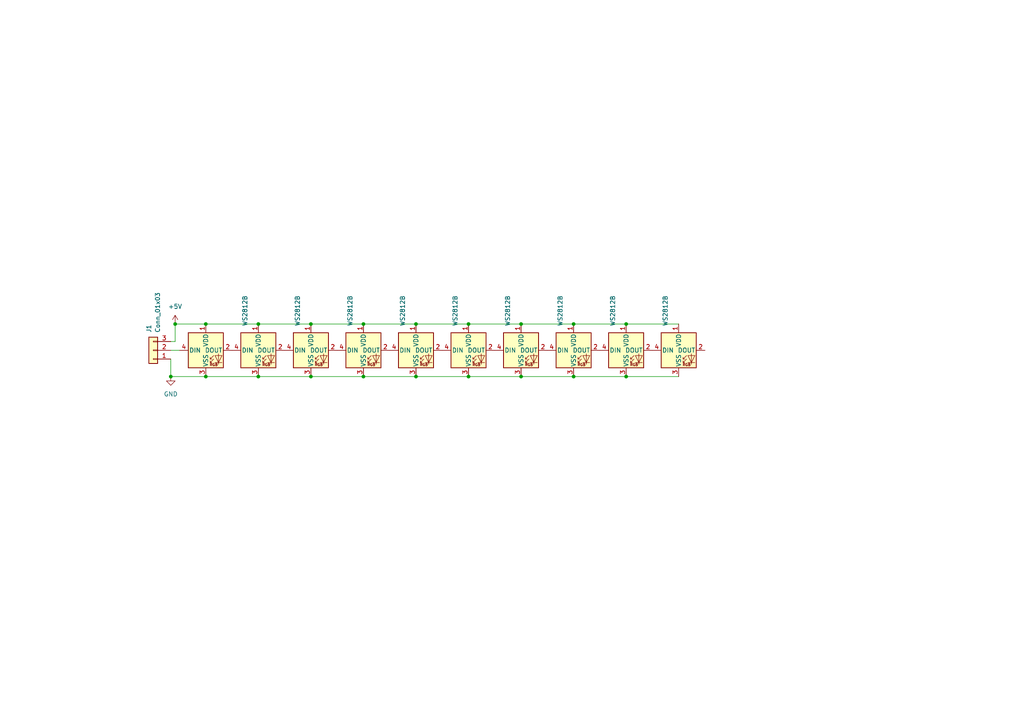
<source format=kicad_sch>
(kicad_sch
	(version 20250114)
	(generator "eeschema")
	(generator_version "9.0")
	(uuid "2da6c63d-642a-43d4-93ba-e5f28af9631b")
	(paper "A4")
	(lib_symbols
		(symbol "Connector_Generic:Conn_01x03"
			(pin_names
				(offset 1.016)
				(hide yes)
			)
			(exclude_from_sim no)
			(in_bom yes)
			(on_board yes)
			(property "Reference" "J"
				(at 0 5.08 0)
				(effects
					(font
						(size 1.27 1.27)
					)
				)
			)
			(property "Value" "Conn_01x03"
				(at 0 -5.08 0)
				(effects
					(font
						(size 1.27 1.27)
					)
				)
			)
			(property "Footprint" ""
				(at 0 0 0)
				(effects
					(font
						(size 1.27 1.27)
					)
					(hide yes)
				)
			)
			(property "Datasheet" "~"
				(at 0 0 0)
				(effects
					(font
						(size 1.27 1.27)
					)
					(hide yes)
				)
			)
			(property "Description" "Generic connector, single row, 01x03, script generated (kicad-library-utils/schlib/autogen/connector/)"
				(at 0 0 0)
				(effects
					(font
						(size 1.27 1.27)
					)
					(hide yes)
				)
			)
			(property "ki_keywords" "connector"
				(at 0 0 0)
				(effects
					(font
						(size 1.27 1.27)
					)
					(hide yes)
				)
			)
			(property "ki_fp_filters" "Connector*:*_1x??_*"
				(at 0 0 0)
				(effects
					(font
						(size 1.27 1.27)
					)
					(hide yes)
				)
			)
			(symbol "Conn_01x03_1_1"
				(rectangle
					(start -1.27 3.81)
					(end 1.27 -3.81)
					(stroke
						(width 0.254)
						(type default)
					)
					(fill
						(type background)
					)
				)
				(rectangle
					(start -1.27 2.667)
					(end 0 2.413)
					(stroke
						(width 0.1524)
						(type default)
					)
					(fill
						(type none)
					)
				)
				(rectangle
					(start -1.27 0.127)
					(end 0 -0.127)
					(stroke
						(width 0.1524)
						(type default)
					)
					(fill
						(type none)
					)
				)
				(rectangle
					(start -1.27 -2.413)
					(end 0 -2.667)
					(stroke
						(width 0.1524)
						(type default)
					)
					(fill
						(type none)
					)
				)
				(pin passive line
					(at -5.08 2.54 0)
					(length 3.81)
					(name "Pin_1"
						(effects
							(font
								(size 1.27 1.27)
							)
						)
					)
					(number "1"
						(effects
							(font
								(size 1.27 1.27)
							)
						)
					)
				)
				(pin passive line
					(at -5.08 0 0)
					(length 3.81)
					(name "Pin_2"
						(effects
							(font
								(size 1.27 1.27)
							)
						)
					)
					(number "2"
						(effects
							(font
								(size 1.27 1.27)
							)
						)
					)
				)
				(pin passive line
					(at -5.08 -2.54 0)
					(length 3.81)
					(name "Pin_3"
						(effects
							(font
								(size 1.27 1.27)
							)
						)
					)
					(number "3"
						(effects
							(font
								(size 1.27 1.27)
							)
						)
					)
				)
			)
			(embedded_fonts no)
		)
		(symbol "LED:WS2812B"
			(pin_names
				(offset 0.254)
			)
			(exclude_from_sim no)
			(in_bom yes)
			(on_board yes)
			(property "Reference" "D"
				(at 5.08 5.715 0)
				(effects
					(font
						(size 1.27 1.27)
					)
					(justify right bottom)
				)
			)
			(property "Value" "WS2812B"
				(at 1.27 -5.715 0)
				(effects
					(font
						(size 1.27 1.27)
					)
					(justify left top)
				)
			)
			(property "Footprint" "LED_SMD:LED_WS2812B_PLCC4_5.0x5.0mm_P3.2mm"
				(at 1.27 -7.62 0)
				(effects
					(font
						(size 1.27 1.27)
					)
					(justify left top)
					(hide yes)
				)
			)
			(property "Datasheet" "https://cdn-shop.adafruit.com/datasheets/WS2812B.pdf"
				(at 2.54 -9.525 0)
				(effects
					(font
						(size 1.27 1.27)
					)
					(justify left top)
					(hide yes)
				)
			)
			(property "Description" "RGB LED with integrated controller"
				(at 0 0 0)
				(effects
					(font
						(size 1.27 1.27)
					)
					(hide yes)
				)
			)
			(property "ki_keywords" "RGB LED NeoPixel addressable"
				(at 0 0 0)
				(effects
					(font
						(size 1.27 1.27)
					)
					(hide yes)
				)
			)
			(property "ki_fp_filters" "LED*WS2812*PLCC*5.0x5.0mm*P3.2mm*"
				(at 0 0 0)
				(effects
					(font
						(size 1.27 1.27)
					)
					(hide yes)
				)
			)
			(symbol "WS2812B_0_0"
				(text "RGB"
					(at 2.286 -4.191 0)
					(effects
						(font
							(size 0.762 0.762)
						)
					)
				)
			)
			(symbol "WS2812B_0_1"
				(polyline
					(pts
						(xy 1.27 -2.54) (xy 1.778 -2.54)
					)
					(stroke
						(width 0)
						(type default)
					)
					(fill
						(type none)
					)
				)
				(polyline
					(pts
						(xy 1.27 -3.556) (xy 1.778 -3.556)
					)
					(stroke
						(width 0)
						(type default)
					)
					(fill
						(type none)
					)
				)
				(polyline
					(pts
						(xy 2.286 -1.524) (xy 1.27 -2.54) (xy 1.27 -2.032)
					)
					(stroke
						(width 0)
						(type default)
					)
					(fill
						(type none)
					)
				)
				(polyline
					(pts
						(xy 2.286 -2.54) (xy 1.27 -3.556) (xy 1.27 -3.048)
					)
					(stroke
						(width 0)
						(type default)
					)
					(fill
						(type none)
					)
				)
				(polyline
					(pts
						(xy 3.683 -1.016) (xy 3.683 -3.556) (xy 3.683 -4.064)
					)
					(stroke
						(width 0)
						(type default)
					)
					(fill
						(type none)
					)
				)
				(polyline
					(pts
						(xy 4.699 -1.524) (xy 2.667 -1.524) (xy 3.683 -3.556) (xy 4.699 -1.524)
					)
					(stroke
						(width 0)
						(type default)
					)
					(fill
						(type none)
					)
				)
				(polyline
					(pts
						(xy 4.699 -3.556) (xy 2.667 -3.556)
					)
					(stroke
						(width 0)
						(type default)
					)
					(fill
						(type none)
					)
				)
				(rectangle
					(start 5.08 5.08)
					(end -5.08 -5.08)
					(stroke
						(width 0.254)
						(type default)
					)
					(fill
						(type background)
					)
				)
			)
			(symbol "WS2812B_1_1"
				(pin input line
					(at -7.62 0 0)
					(length 2.54)
					(name "DIN"
						(effects
							(font
								(size 1.27 1.27)
							)
						)
					)
					(number "4"
						(effects
							(font
								(size 1.27 1.27)
							)
						)
					)
				)
				(pin power_in line
					(at 0 7.62 270)
					(length 2.54)
					(name "VDD"
						(effects
							(font
								(size 1.27 1.27)
							)
						)
					)
					(number "1"
						(effects
							(font
								(size 1.27 1.27)
							)
						)
					)
				)
				(pin power_in line
					(at 0 -7.62 90)
					(length 2.54)
					(name "VSS"
						(effects
							(font
								(size 1.27 1.27)
							)
						)
					)
					(number "3"
						(effects
							(font
								(size 1.27 1.27)
							)
						)
					)
				)
				(pin output line
					(at 7.62 0 180)
					(length 2.54)
					(name "DOUT"
						(effects
							(font
								(size 1.27 1.27)
							)
						)
					)
					(number "2"
						(effects
							(font
								(size 1.27 1.27)
							)
						)
					)
				)
			)
			(embedded_fonts no)
		)
		(symbol "power:+5V"
			(power)
			(pin_numbers
				(hide yes)
			)
			(pin_names
				(offset 0)
				(hide yes)
			)
			(exclude_from_sim no)
			(in_bom yes)
			(on_board yes)
			(property "Reference" "#PWR"
				(at 0 -3.81 0)
				(effects
					(font
						(size 1.27 1.27)
					)
					(hide yes)
				)
			)
			(property "Value" "+5V"
				(at 0 3.556 0)
				(effects
					(font
						(size 1.27 1.27)
					)
				)
			)
			(property "Footprint" ""
				(at 0 0 0)
				(effects
					(font
						(size 1.27 1.27)
					)
					(hide yes)
				)
			)
			(property "Datasheet" ""
				(at 0 0 0)
				(effects
					(font
						(size 1.27 1.27)
					)
					(hide yes)
				)
			)
			(property "Description" "Power symbol creates a global label with name \"+5V\""
				(at 0 0 0)
				(effects
					(font
						(size 1.27 1.27)
					)
					(hide yes)
				)
			)
			(property "ki_keywords" "global power"
				(at 0 0 0)
				(effects
					(font
						(size 1.27 1.27)
					)
					(hide yes)
				)
			)
			(symbol "+5V_0_1"
				(polyline
					(pts
						(xy -0.762 1.27) (xy 0 2.54)
					)
					(stroke
						(width 0)
						(type default)
					)
					(fill
						(type none)
					)
				)
				(polyline
					(pts
						(xy 0 2.54) (xy 0.762 1.27)
					)
					(stroke
						(width 0)
						(type default)
					)
					(fill
						(type none)
					)
				)
				(polyline
					(pts
						(xy 0 0) (xy 0 2.54)
					)
					(stroke
						(width 0)
						(type default)
					)
					(fill
						(type none)
					)
				)
			)
			(symbol "+5V_1_1"
				(pin power_in line
					(at 0 0 90)
					(length 0)
					(name "~"
						(effects
							(font
								(size 1.27 1.27)
							)
						)
					)
					(number "1"
						(effects
							(font
								(size 1.27 1.27)
							)
						)
					)
				)
			)
			(embedded_fonts no)
		)
		(symbol "power:GND"
			(power)
			(pin_numbers
				(hide yes)
			)
			(pin_names
				(offset 0)
				(hide yes)
			)
			(exclude_from_sim no)
			(in_bom yes)
			(on_board yes)
			(property "Reference" "#PWR"
				(at 0 -6.35 0)
				(effects
					(font
						(size 1.27 1.27)
					)
					(hide yes)
				)
			)
			(property "Value" "GND"
				(at 0 -3.81 0)
				(effects
					(font
						(size 1.27 1.27)
					)
				)
			)
			(property "Footprint" ""
				(at 0 0 0)
				(effects
					(font
						(size 1.27 1.27)
					)
					(hide yes)
				)
			)
			(property "Datasheet" ""
				(at 0 0 0)
				(effects
					(font
						(size 1.27 1.27)
					)
					(hide yes)
				)
			)
			(property "Description" "Power symbol creates a global label with name \"GND\" , ground"
				(at 0 0 0)
				(effects
					(font
						(size 1.27 1.27)
					)
					(hide yes)
				)
			)
			(property "ki_keywords" "global power"
				(at 0 0 0)
				(effects
					(font
						(size 1.27 1.27)
					)
					(hide yes)
				)
			)
			(symbol "GND_0_1"
				(polyline
					(pts
						(xy 0 0) (xy 0 -1.27) (xy 1.27 -1.27) (xy 0 -2.54) (xy -1.27 -1.27) (xy 0 -1.27)
					)
					(stroke
						(width 0)
						(type default)
					)
					(fill
						(type none)
					)
				)
			)
			(symbol "GND_1_1"
				(pin power_in line
					(at 0 0 270)
					(length 0)
					(name "~"
						(effects
							(font
								(size 1.27 1.27)
							)
						)
					)
					(number "1"
						(effects
							(font
								(size 1.27 1.27)
							)
						)
					)
				)
			)
			(embedded_fonts no)
		)
	)
	(junction
		(at 120.65 93.98)
		(diameter 0)
		(color 0 0 0 0)
		(uuid "06497faf-fdd7-4d0e-8791-0de6957d5ec6")
	)
	(junction
		(at 151.13 109.22)
		(diameter 0)
		(color 0 0 0 0)
		(uuid "0a8a1168-c369-49b9-bc85-492fdad19156")
	)
	(junction
		(at 105.41 93.98)
		(diameter 0)
		(color 0 0 0 0)
		(uuid "1c8c03ce-959d-4a9a-b4aa-a1b94bf73346")
	)
	(junction
		(at 90.17 109.22)
		(diameter 0)
		(color 0 0 0 0)
		(uuid "1f437cb1-e61d-4c62-9323-cad2d627d13c")
	)
	(junction
		(at 74.93 109.22)
		(diameter 0)
		(color 0 0 0 0)
		(uuid "386ae2ca-0529-44e3-8c01-b7337010e55d")
	)
	(junction
		(at 166.37 109.22)
		(diameter 0)
		(color 0 0 0 0)
		(uuid "3b9ae01a-1b53-4059-beab-2598ed37e8cb")
	)
	(junction
		(at 90.17 93.98)
		(diameter 0)
		(color 0 0 0 0)
		(uuid "3d2e631e-9069-43bb-9b0e-bd9b2ad6f0e7")
	)
	(junction
		(at 166.37 93.98)
		(diameter 0)
		(color 0 0 0 0)
		(uuid "438ec776-3bee-4c01-88d9-c46099edfde3")
	)
	(junction
		(at 181.61 93.98)
		(diameter 0)
		(color 0 0 0 0)
		(uuid "525b64b4-05de-4483-bb5e-7df74e8fc915")
	)
	(junction
		(at 135.89 109.22)
		(diameter 0)
		(color 0 0 0 0)
		(uuid "5aca10d5-7edb-406c-99db-4c766252ef98")
	)
	(junction
		(at 105.41 109.22)
		(diameter 0)
		(color 0 0 0 0)
		(uuid "68635799-d6f1-40b4-9af4-bea6ed345b35")
	)
	(junction
		(at 135.89 93.98)
		(diameter 0)
		(color 0 0 0 0)
		(uuid "85296a75-3447-4212-ae84-c6970f07f70a")
	)
	(junction
		(at 181.61 109.22)
		(diameter 0)
		(color 0 0 0 0)
		(uuid "8b06964c-b314-4e2d-9c98-ae7130b3db4f")
	)
	(junction
		(at 151.13 93.98)
		(diameter 0)
		(color 0 0 0 0)
		(uuid "9b16a015-7813-4724-8520-5fa825770ad1")
	)
	(junction
		(at 50.8 93.98)
		(diameter 0)
		(color 0 0 0 0)
		(uuid "a9126480-744c-4dfd-99e4-3fd5e449f8d7")
	)
	(junction
		(at 59.69 93.98)
		(diameter 0)
		(color 0 0 0 0)
		(uuid "ac886b6a-a6db-4450-8460-c4f2b0d7bbe4")
	)
	(junction
		(at 49.53 109.22)
		(diameter 0)
		(color 0 0 0 0)
		(uuid "ae73e7c1-97c5-4d16-8cc4-ffe8aee14a07")
	)
	(junction
		(at 74.93 93.98)
		(diameter 0)
		(color 0 0 0 0)
		(uuid "c46d3641-a052-43cd-9289-da3a0fa61132")
	)
	(junction
		(at 120.65 109.22)
		(diameter 0)
		(color 0 0 0 0)
		(uuid "d3a9c7c8-43b1-408b-bc28-55a154215cc4")
	)
	(junction
		(at 59.69 109.22)
		(diameter 0)
		(color 0 0 0 0)
		(uuid "f5eea436-8bc9-4cd9-b674-03b762cfb6b1")
	)
	(wire
		(pts
			(xy 90.17 109.22) (xy 105.41 109.22)
		)
		(stroke
			(width 0)
			(type default)
		)
		(uuid "00a30d1d-0f70-429c-bd64-45904499b888")
	)
	(wire
		(pts
			(xy 166.37 93.98) (xy 181.61 93.98)
		)
		(stroke
			(width 0)
			(type default)
		)
		(uuid "03e7a314-5c42-4101-85ef-904c10bb9aab")
	)
	(wire
		(pts
			(xy 151.13 93.98) (xy 166.37 93.98)
		)
		(stroke
			(width 0)
			(type default)
		)
		(uuid "0a5f251d-78b6-45be-ba3a-876bd4cf9f96")
	)
	(wire
		(pts
			(xy 166.37 109.22) (xy 181.61 109.22)
		)
		(stroke
			(width 0)
			(type default)
		)
		(uuid "2036b058-4ee6-4bf3-948a-9ea7b592a8fa")
	)
	(wire
		(pts
			(xy 181.61 93.98) (xy 196.85 93.98)
		)
		(stroke
			(width 0)
			(type default)
		)
		(uuid "393dea0b-2de3-47df-a2a9-7955ccae4578")
	)
	(wire
		(pts
			(xy 105.41 109.22) (xy 120.65 109.22)
		)
		(stroke
			(width 0)
			(type default)
		)
		(uuid "3ef51439-5631-4a80-b0d1-9cdc68330f65")
	)
	(wire
		(pts
			(xy 181.61 109.22) (xy 196.85 109.22)
		)
		(stroke
			(width 0)
			(type default)
		)
		(uuid "401b8eb7-87b9-462b-9b03-b487067e484d")
	)
	(wire
		(pts
			(xy 151.13 109.22) (xy 166.37 109.22)
		)
		(stroke
			(width 0)
			(type default)
		)
		(uuid "402683ba-c0ee-4726-a3f5-4cb63f4a75db")
	)
	(wire
		(pts
			(xy 59.69 109.22) (xy 74.93 109.22)
		)
		(stroke
			(width 0)
			(type default)
		)
		(uuid "430d0140-75c2-4e97-b2f8-a1906ffde22a")
	)
	(wire
		(pts
			(xy 59.69 93.98) (xy 74.93 93.98)
		)
		(stroke
			(width 0)
			(type default)
		)
		(uuid "47ad3877-4335-48c6-afb7-50a07024cfec")
	)
	(wire
		(pts
			(xy 135.89 109.22) (xy 151.13 109.22)
		)
		(stroke
			(width 0)
			(type default)
		)
		(uuid "4e633d48-62e4-48e3-9baa-89513d31f5ee")
	)
	(wire
		(pts
			(xy 135.89 93.98) (xy 151.13 93.98)
		)
		(stroke
			(width 0)
			(type default)
		)
		(uuid "519d5ef0-18a0-4f61-bb94-44d9435e6a5d")
	)
	(wire
		(pts
			(xy 74.93 109.22) (xy 90.17 109.22)
		)
		(stroke
			(width 0)
			(type default)
		)
		(uuid "63cde6d8-5760-4973-8167-73ce24021107")
	)
	(wire
		(pts
			(xy 50.8 99.06) (xy 50.8 93.98)
		)
		(stroke
			(width 0)
			(type default)
		)
		(uuid "673548c8-b8e2-4fa5-b4e9-335af8139184")
	)
	(wire
		(pts
			(xy 50.8 93.98) (xy 59.69 93.98)
		)
		(stroke
			(width 0)
			(type default)
		)
		(uuid "794a1bd5-1d97-4625-887d-d09f80fb1a03")
	)
	(wire
		(pts
			(xy 49.53 109.22) (xy 59.69 109.22)
		)
		(stroke
			(width 0)
			(type default)
		)
		(uuid "8104721b-d9a7-41f8-9c0a-90ce88ded1bb")
	)
	(wire
		(pts
			(xy 49.53 99.06) (xy 50.8 99.06)
		)
		(stroke
			(width 0)
			(type default)
		)
		(uuid "89e7a9db-a07d-4e88-b722-73e6f318dff5")
	)
	(wire
		(pts
			(xy 105.41 93.98) (xy 120.65 93.98)
		)
		(stroke
			(width 0)
			(type default)
		)
		(uuid "945d2fac-3560-430b-86b8-1eb61170dca7")
	)
	(wire
		(pts
			(xy 120.65 93.98) (xy 135.89 93.98)
		)
		(stroke
			(width 0)
			(type default)
		)
		(uuid "b6a31b1d-6bdf-4484-8adc-93adb7b80835")
	)
	(wire
		(pts
			(xy 74.93 93.98) (xy 90.17 93.98)
		)
		(stroke
			(width 0)
			(type default)
		)
		(uuid "ba0af3b8-b026-4713-9181-1fe8089ee99d")
	)
	(wire
		(pts
			(xy 120.65 109.22) (xy 135.89 109.22)
		)
		(stroke
			(width 0)
			(type default)
		)
		(uuid "c1b6996d-22b7-4de2-97b0-034395ede546")
	)
	(wire
		(pts
			(xy 49.53 104.14) (xy 49.53 109.22)
		)
		(stroke
			(width 0)
			(type default)
		)
		(uuid "d4c643d5-542b-44b2-be8b-3f290384379b")
	)
	(wire
		(pts
			(xy 90.17 93.98) (xy 105.41 93.98)
		)
		(stroke
			(width 0)
			(type default)
		)
		(uuid "df6a764b-5c76-47b8-b5e9-c2190136c205")
	)
	(wire
		(pts
			(xy 49.53 101.6) (xy 52.07 101.6)
		)
		(stroke
			(width 0)
			(type default)
		)
		(uuid "e17fa06b-0d33-497a-aabb-698b8ffa31a8")
	)
	(symbol
		(lib_id "LED:WS2812B")
		(at 196.85 101.6 0)
		(unit 1)
		(exclude_from_sim no)
		(in_bom yes)
		(on_board yes)
		(dnp no)
		(uuid "0c5c2cba-d025-424a-a6f1-ce8655d7384c")
		(property "Reference" "D10"
			(at 66.1102 67.31 90)
			(effects
				(font
					(size 1.27 1.27)
				)
				(hide yes)
			)
		)
		(property "Value" "WS2812B"
			(at 192.9698 90.17 90)
			(effects
				(font
					(size 1.27 1.27)
				)
			)
		)
		(property "Footprint" "LED_SMD:LED_WS2812B_PLCC4_5.0x5.0mm_P3.2mm"
			(at 198.12 109.22 0)
			(effects
				(font
					(size 1.27 1.27)
				)
				(justify left top)
				(hide yes)
			)
		)
		(property "Datasheet" "https://cdn-shop.adafruit.com/datasheets/WS2812B.pdf"
			(at 199.39 111.125 0)
			(effects
				(font
					(size 1.27 1.27)
				)
				(justify left top)
				(hide yes)
			)
		)
		(property "Description" "RGB LED with integrated controller"
			(at 196.85 101.6 0)
			(effects
				(font
					(size 1.27 1.27)
				)
				(hide yes)
			)
		)
		(pin "3"
			(uuid "226685b3-169a-4154-b328-197cbaeb84ed")
		)
		(pin "1"
			(uuid "2a6f0a26-fc61-43b0-bf5b-804d0ac32de1")
		)
		(pin "4"
			(uuid "e746dda4-663a-438c-86ff-a9a2dd877ce1")
		)
		(pin "2"
			(uuid "9434c53b-c104-4591-9257-58f11998f489")
		)
		(instances
			(project "venkat-pcb"
				(path "/2da6c63d-642a-43d4-93ba-e5f28af9631b"
					(reference "D10")
					(unit 1)
				)
			)
		)
	)
	(symbol
		(lib_id "power:+5V")
		(at 50.8 93.98 0)
		(unit 1)
		(exclude_from_sim no)
		(in_bom yes)
		(on_board yes)
		(dnp no)
		(fields_autoplaced yes)
		(uuid "137f0252-a8c4-4c3a-a3ec-147483d6c16a")
		(property "Reference" "#PWR03"
			(at 50.8 97.79 0)
			(effects
				(font
					(size 1.27 1.27)
				)
				(hide yes)
			)
		)
		(property "Value" "+5V"
			(at 50.8 88.9 0)
			(effects
				(font
					(size 1.27 1.27)
				)
			)
		)
		(property "Footprint" ""
			(at 50.8 93.98 0)
			(effects
				(font
					(size 1.27 1.27)
				)
				(hide yes)
			)
		)
		(property "Datasheet" ""
			(at 50.8 93.98 0)
			(effects
				(font
					(size 1.27 1.27)
				)
				(hide yes)
			)
		)
		(property "Description" "Power symbol creates a global label with name \"+5V\""
			(at 50.8 93.98 0)
			(effects
				(font
					(size 1.27 1.27)
				)
				(hide yes)
			)
		)
		(pin "1"
			(uuid "c732697b-d8e6-411b-bebe-d63546def719")
		)
		(instances
			(project ""
				(path "/2da6c63d-642a-43d4-93ba-e5f28af9631b"
					(reference "#PWR03")
					(unit 1)
				)
			)
		)
	)
	(symbol
		(lib_id "LED:WS2812B")
		(at 74.93 101.6 0)
		(unit 1)
		(exclude_from_sim no)
		(in_bom yes)
		(on_board yes)
		(dnp no)
		(uuid "1ba840a5-7750-433f-b9b4-da106cb2b7ab")
		(property "Reference" "D2"
			(at 188.0302 67.31 90)
			(effects
				(font
					(size 1.27 1.27)
				)
				(hide yes)
			)
		)
		(property "Value" "WS2812B"
			(at 71.0498 90.17 90)
			(effects
				(font
					(size 1.27 1.27)
				)
			)
		)
		(property "Footprint" "LED_SMD:LED_WS2812B_PLCC4_5.0x5.0mm_P3.2mm"
			(at 76.2 109.22 0)
			(effects
				(font
					(size 1.27 1.27)
				)
				(justify left top)
				(hide yes)
			)
		)
		(property "Datasheet" "https://cdn-shop.adafruit.com/datasheets/WS2812B.pdf"
			(at 77.47 111.125 0)
			(effects
				(font
					(size 1.27 1.27)
				)
				(justify left top)
				(hide yes)
			)
		)
		(property "Description" "RGB LED with integrated controller"
			(at 74.93 101.6 0)
			(effects
				(font
					(size 1.27 1.27)
				)
				(hide yes)
			)
		)
		(pin "3"
			(uuid "f38f548d-a304-4992-969a-4e66652751e7")
		)
		(pin "1"
			(uuid "86f76e42-ff73-49fd-b01a-681fc42d5fdd")
		)
		(pin "4"
			(uuid "ddab3862-13c8-46f7-b732-44c4094dcea3")
		)
		(pin "2"
			(uuid "db6a23fb-ac93-43e2-b125-7ceb9bffe88d")
		)
		(instances
			(project "venkat-pcb"
				(path "/2da6c63d-642a-43d4-93ba-e5f28af9631b"
					(reference "D2")
					(unit 1)
				)
			)
		)
	)
	(symbol
		(lib_id "LED:WS2812B")
		(at 120.65 101.6 0)
		(unit 1)
		(exclude_from_sim no)
		(in_bom yes)
		(on_board yes)
		(dnp no)
		(uuid "1c3e5e9f-952b-4474-9ff8-193f7c0265df")
		(property "Reference" "D5"
			(at 142.3102 67.31 90)
			(effects
				(font
					(size 1.27 1.27)
				)
				(hide yes)
			)
		)
		(property "Value" "WS2812B"
			(at 116.7698 90.17 90)
			(effects
				(font
					(size 1.27 1.27)
				)
			)
		)
		(property "Footprint" "LED_SMD:LED_WS2812B_PLCC4_5.0x5.0mm_P3.2mm"
			(at 121.92 109.22 0)
			(effects
				(font
					(size 1.27 1.27)
				)
				(justify left top)
				(hide yes)
			)
		)
		(property "Datasheet" "https://cdn-shop.adafruit.com/datasheets/WS2812B.pdf"
			(at 123.19 111.125 0)
			(effects
				(font
					(size 1.27 1.27)
				)
				(justify left top)
				(hide yes)
			)
		)
		(property "Description" "RGB LED with integrated controller"
			(at 120.65 101.6 0)
			(effects
				(font
					(size 1.27 1.27)
				)
				(hide yes)
			)
		)
		(pin "3"
			(uuid "a0485449-7502-4be5-a44d-547389e5712a")
		)
		(pin "1"
			(uuid "eb5f45a8-7744-4ae9-bc11-f1fb102acc56")
		)
		(pin "4"
			(uuid "af3f33d5-61fd-4309-b87d-a7d3a3dbea38")
		)
		(pin "2"
			(uuid "12dadb48-eba5-4b64-a074-d42f8e171b1a")
		)
		(instances
			(project "venkat-pcb"
				(path "/2da6c63d-642a-43d4-93ba-e5f28af9631b"
					(reference "D5")
					(unit 1)
				)
			)
		)
	)
	(symbol
		(lib_id "LED:WS2812B")
		(at 59.69 101.6 0)
		(unit 1)
		(exclude_from_sim no)
		(in_bom yes)
		(on_board yes)
		(dnp no)
		(uuid "1e51951e-c373-4ebb-bbac-beabd9ae6194")
		(property "Reference" "D1"
			(at 203.2702 67.31 90)
			(effects
				(font
					(size 1.27 1.27)
				)
				(hide yes)
			)
		)
		(property "Value" "WS2812B"
			(at 55.8098 90.17 90)
			(effects
				(font
					(size 1.27 1.27)
				)
				(hide yes)
			)
		)
		(property "Footprint" "LED_SMD:LED_WS2812B_PLCC4_5.0x5.0mm_P3.2mm"
			(at 60.96 109.22 0)
			(effects
				(font
					(size 1.27 1.27)
				)
				(justify left top)
				(hide yes)
			)
		)
		(property "Datasheet" "https://cdn-shop.adafruit.com/datasheets/WS2812B.pdf"
			(at 62.23 111.125 0)
			(effects
				(font
					(size 1.27 1.27)
				)
				(justify left top)
				(hide yes)
			)
		)
		(property "Description" "RGB LED with integrated controller"
			(at 59.69 101.6 0)
			(effects
				(font
					(size 1.27 1.27)
				)
				(hide yes)
			)
		)
		(pin "3"
			(uuid "46750c72-6939-4fa1-a983-7819948b1419")
		)
		(pin "1"
			(uuid "f6b74d14-0897-44a2-b951-d86a4d6f369f")
		)
		(pin "4"
			(uuid "d59ab695-e10f-4522-b5bf-df5e31cf5321")
		)
		(pin "2"
			(uuid "a42e6f46-c1dd-4cce-86fc-61951d01ce7e")
		)
		(instances
			(project ""
				(path "/2da6c63d-642a-43d4-93ba-e5f28af9631b"
					(reference "D1")
					(unit 1)
				)
			)
		)
	)
	(symbol
		(lib_id "LED:WS2812B")
		(at 105.41 101.6 0)
		(unit 1)
		(exclude_from_sim no)
		(in_bom yes)
		(on_board yes)
		(dnp no)
		(uuid "4b21daf8-65a7-449d-a773-0b3fdad619ca")
		(property "Reference" "D4"
			(at 157.5502 67.31 90)
			(effects
				(font
					(size 1.27 1.27)
				)
				(hide yes)
			)
		)
		(property "Value" "WS2812B"
			(at 101.5298 90.17 90)
			(effects
				(font
					(size 1.27 1.27)
				)
			)
		)
		(property "Footprint" "LED_SMD:LED_WS2812B_PLCC4_5.0x5.0mm_P3.2mm"
			(at 106.68 109.22 0)
			(effects
				(font
					(size 1.27 1.27)
				)
				(justify left top)
				(hide yes)
			)
		)
		(property "Datasheet" "https://cdn-shop.adafruit.com/datasheets/WS2812B.pdf"
			(at 107.95 111.125 0)
			(effects
				(font
					(size 1.27 1.27)
				)
				(justify left top)
				(hide yes)
			)
		)
		(property "Description" "RGB LED with integrated controller"
			(at 105.41 101.6 0)
			(effects
				(font
					(size 1.27 1.27)
				)
				(hide yes)
			)
		)
		(pin "3"
			(uuid "a087be3d-8ab5-40da-bd33-3bbc4c29bfb7")
		)
		(pin "1"
			(uuid "d0847c3e-cf63-4859-9e0d-cad84bfbe58b")
		)
		(pin "4"
			(uuid "94155f76-4066-4586-a762-943bf7e432af")
		)
		(pin "2"
			(uuid "70855ee1-0626-4729-b957-af9654a0879b")
		)
		(instances
			(project "venkat-pcb"
				(path "/2da6c63d-642a-43d4-93ba-e5f28af9631b"
					(reference "D4")
					(unit 1)
				)
			)
		)
	)
	(symbol
		(lib_id "Connector_Generic:Conn_01x03")
		(at 44.45 101.6 180)
		(unit 1)
		(exclude_from_sim no)
		(in_bom yes)
		(on_board yes)
		(dnp no)
		(fields_autoplaced yes)
		(uuid "768b7754-c74a-4229-bd50-3422756d632b")
		(property "Reference" "J1"
			(at 43.1799 96.52 90)
			(effects
				(font
					(size 1.27 1.27)
				)
				(justify right)
			)
		)
		(property "Value" "Conn_01x03"
			(at 45.7199 96.52 90)
			(effects
				(font
					(size 1.27 1.27)
				)
				(justify right)
			)
		)
		(property "Footprint" "Connector_PinHeader_2.54mm:PinHeader_1x03_P2.54mm_Vertical"
			(at 44.45 101.6 0)
			(effects
				(font
					(size 1.27 1.27)
				)
				(hide yes)
			)
		)
		(property "Datasheet" "~"
			(at 44.45 101.6 0)
			(effects
				(font
					(size 1.27 1.27)
				)
				(hide yes)
			)
		)
		(property "Description" "Generic connector, single row, 01x03, script generated (kicad-library-utils/schlib/autogen/connector/)"
			(at 44.45 101.6 0)
			(effects
				(font
					(size 1.27 1.27)
				)
				(hide yes)
			)
		)
		(pin "1"
			(uuid "a2f949c2-212d-4d83-bec9-1cba7785d714")
		)
		(pin "2"
			(uuid "4d84668b-ecb6-4158-b804-4e8d289262fa")
		)
		(pin "3"
			(uuid "62ffb30a-589e-4074-9186-07bf2eba531b")
		)
		(instances
			(project ""
				(path "/2da6c63d-642a-43d4-93ba-e5f28af9631b"
					(reference "J1")
					(unit 1)
				)
			)
		)
	)
	(symbol
		(lib_id "power:GND")
		(at 49.53 109.22 0)
		(unit 1)
		(exclude_from_sim no)
		(in_bom yes)
		(on_board yes)
		(dnp no)
		(fields_autoplaced yes)
		(uuid "7e622abb-f452-46f5-935f-58320cce6742")
		(property "Reference" "#PWR02"
			(at 49.53 115.57 0)
			(effects
				(font
					(size 1.27 1.27)
				)
				(hide yes)
			)
		)
		(property "Value" "GND"
			(at 49.53 114.3 0)
			(effects
				(font
					(size 1.27 1.27)
				)
			)
		)
		(property "Footprint" ""
			(at 49.53 109.22 0)
			(effects
				(font
					(size 1.27 1.27)
				)
				(hide yes)
			)
		)
		(property "Datasheet" ""
			(at 49.53 109.22 0)
			(effects
				(font
					(size 1.27 1.27)
				)
				(hide yes)
			)
		)
		(property "Description" "Power symbol creates a global label with name \"GND\" , ground"
			(at 49.53 109.22 0)
			(effects
				(font
					(size 1.27 1.27)
				)
				(hide yes)
			)
		)
		(pin "1"
			(uuid "c2c8c623-878f-413b-b2b0-93ed817eea7f")
		)
		(instances
			(project ""
				(path "/2da6c63d-642a-43d4-93ba-e5f28af9631b"
					(reference "#PWR02")
					(unit 1)
				)
			)
		)
	)
	(symbol
		(lib_id "LED:WS2812B")
		(at 151.13 101.6 0)
		(unit 1)
		(exclude_from_sim no)
		(in_bom yes)
		(on_board yes)
		(dnp no)
		(uuid "aad96a9f-fb40-4ab1-803c-d14f8aabe693")
		(property "Reference" "D7"
			(at 111.8302 67.31 90)
			(effects
				(font
					(size 1.27 1.27)
				)
				(hide yes)
			)
		)
		(property "Value" "WS2812B"
			(at 147.2498 90.17 90)
			(effects
				(font
					(size 1.27 1.27)
				)
			)
		)
		(property "Footprint" "LED_SMD:LED_WS2812B_PLCC4_5.0x5.0mm_P3.2mm"
			(at 152.4 109.22 0)
			(effects
				(font
					(size 1.27 1.27)
				)
				(justify left top)
				(hide yes)
			)
		)
		(property "Datasheet" "https://cdn-shop.adafruit.com/datasheets/WS2812B.pdf"
			(at 153.67 111.125 0)
			(effects
				(font
					(size 1.27 1.27)
				)
				(justify left top)
				(hide yes)
			)
		)
		(property "Description" "RGB LED with integrated controller"
			(at 151.13 101.6 0)
			(effects
				(font
					(size 1.27 1.27)
				)
				(hide yes)
			)
		)
		(pin "3"
			(uuid "7f7f42b3-a310-4474-a433-74232a692ecd")
		)
		(pin "1"
			(uuid "19ebc0da-01ab-483b-892d-3452bd0a56d7")
		)
		(pin "4"
			(uuid "ccf8894b-315a-4ca3-adfe-91ccdecc6d19")
		)
		(pin "2"
			(uuid "24e39c37-db9e-4b6c-bcc5-b43697840a70")
		)
		(instances
			(project "venkat-pcb"
				(path "/2da6c63d-642a-43d4-93ba-e5f28af9631b"
					(reference "D7")
					(unit 1)
				)
			)
		)
	)
	(symbol
		(lib_id "LED:WS2812B")
		(at 90.17 101.6 0)
		(unit 1)
		(exclude_from_sim no)
		(in_bom yes)
		(on_board yes)
		(dnp no)
		(uuid "b0f5954f-ccbd-4b30-bc04-421071c013a8")
		(property "Reference" "D3"
			(at 172.7902 67.31 90)
			(effects
				(font
					(size 1.27 1.27)
				)
				(hide yes)
			)
		)
		(property "Value" "WS2812B"
			(at 86.2898 90.17 90)
			(effects
				(font
					(size 1.27 1.27)
				)
			)
		)
		(property "Footprint" "LED_SMD:LED_WS2812B_PLCC4_5.0x5.0mm_P3.2mm"
			(at 91.44 109.22 0)
			(effects
				(font
					(size 1.27 1.27)
				)
				(justify left top)
				(hide yes)
			)
		)
		(property "Datasheet" "https://cdn-shop.adafruit.com/datasheets/WS2812B.pdf"
			(at 92.71 111.125 0)
			(effects
				(font
					(size 1.27 1.27)
				)
				(justify left top)
				(hide yes)
			)
		)
		(property "Description" "RGB LED with integrated controller"
			(at 90.17 101.6 0)
			(effects
				(font
					(size 1.27 1.27)
				)
				(hide yes)
			)
		)
		(pin "3"
			(uuid "a8db345f-1bd5-4c60-8a21-50ba7ce5f380")
		)
		(pin "1"
			(uuid "653b373a-748b-4695-93d4-1afde0c1020f")
		)
		(pin "4"
			(uuid "8be1fddb-2344-47d9-9125-ce4eacff7683")
		)
		(pin "2"
			(uuid "78de8fae-0126-4e2a-a0f6-d5458d1facdf")
		)
		(instances
			(project "venkat-pcb"
				(path "/2da6c63d-642a-43d4-93ba-e5f28af9631b"
					(reference "D3")
					(unit 1)
				)
			)
		)
	)
	(symbol
		(lib_id "LED:WS2812B")
		(at 135.89 101.6 0)
		(unit 1)
		(exclude_from_sim no)
		(in_bom yes)
		(on_board yes)
		(dnp no)
		(uuid "db0c61ed-d5f9-49e5-8e5b-01d16112ebba")
		(property "Reference" "D6"
			(at 127.0702 67.31 90)
			(effects
				(font
					(size 1.27 1.27)
				)
				(hide yes)
			)
		)
		(property "Value" "WS2812B"
			(at 132.0098 90.17 90)
			(effects
				(font
					(size 1.27 1.27)
				)
			)
		)
		(property "Footprint" "LED_SMD:LED_WS2812B_PLCC4_5.0x5.0mm_P3.2mm"
			(at 137.16 109.22 0)
			(effects
				(font
					(size 1.27 1.27)
				)
				(justify left top)
				(hide yes)
			)
		)
		(property "Datasheet" "https://cdn-shop.adafruit.com/datasheets/WS2812B.pdf"
			(at 138.43 111.125 0)
			(effects
				(font
					(size 1.27 1.27)
				)
				(justify left top)
				(hide yes)
			)
		)
		(property "Description" "RGB LED with integrated controller"
			(at 135.89 101.6 0)
			(effects
				(font
					(size 1.27 1.27)
				)
				(hide yes)
			)
		)
		(pin "3"
			(uuid "cd2ccd8e-09a6-4f22-8030-28c9e41d40d2")
		)
		(pin "1"
			(uuid "62e80d18-e589-4a42-b21a-0c198a2235b4")
		)
		(pin "4"
			(uuid "3b9721a8-e25d-4279-970b-79639c221d59")
		)
		(pin "2"
			(uuid "d6188f40-838a-4bdb-a32d-0737330c8acb")
		)
		(instances
			(project "venkat-pcb"
				(path "/2da6c63d-642a-43d4-93ba-e5f28af9631b"
					(reference "D6")
					(unit 1)
				)
			)
		)
	)
	(symbol
		(lib_id "LED:WS2812B")
		(at 181.61 101.6 0)
		(unit 1)
		(exclude_from_sim no)
		(in_bom yes)
		(on_board yes)
		(dnp no)
		(uuid "f625ac0f-3012-4278-a71c-2d0c7c518143")
		(property "Reference" "D9"
			(at 81.3502 67.31 90)
			(effects
				(font
					(size 1.27 1.27)
				)
				(hide yes)
			)
		)
		(property "Value" "WS2812B"
			(at 177.7298 90.17 90)
			(effects
				(font
					(size 1.27 1.27)
				)
			)
		)
		(property "Footprint" "LED_SMD:LED_WS2812B_PLCC4_5.0x5.0mm_P3.2mm"
			(at 182.88 109.22 0)
			(effects
				(font
					(size 1.27 1.27)
				)
				(justify left top)
				(hide yes)
			)
		)
		(property "Datasheet" "https://cdn-shop.adafruit.com/datasheets/WS2812B.pdf"
			(at 184.15 111.125 0)
			(effects
				(font
					(size 1.27 1.27)
				)
				(justify left top)
				(hide yes)
			)
		)
		(property "Description" "RGB LED with integrated controller"
			(at 181.61 101.6 0)
			(effects
				(font
					(size 1.27 1.27)
				)
				(hide yes)
			)
		)
		(pin "3"
			(uuid "cb5bc54b-9835-48bd-89b6-a06aab0b6b3f")
		)
		(pin "1"
			(uuid "32dd32a0-f96c-44ed-b687-6a3558c6d3af")
		)
		(pin "4"
			(uuid "6d0dc1a0-3c74-4a0f-a38e-0e3abfd205ff")
		)
		(pin "2"
			(uuid "41f518ee-e429-4067-87ab-266318a734c8")
		)
		(instances
			(project "venkat-pcb"
				(path "/2da6c63d-642a-43d4-93ba-e5f28af9631b"
					(reference "D9")
					(unit 1)
				)
			)
		)
	)
	(symbol
		(lib_id "LED:WS2812B")
		(at 166.37 101.6 0)
		(unit 1)
		(exclude_from_sim no)
		(in_bom yes)
		(on_board yes)
		(dnp no)
		(uuid "f8c0f537-f8d3-4226-8c63-66d1ed34bf2b")
		(property "Reference" "D8"
			(at 96.5902 67.31 90)
			(effects
				(font
					(size 1.27 1.27)
				)
				(hide yes)
			)
		)
		(property "Value" "WS2812B"
			(at 162.4898 90.17 90)
			(effects
				(font
					(size 1.27 1.27)
				)
			)
		)
		(property "Footprint" "LED_SMD:LED_WS2812B_PLCC4_5.0x5.0mm_P3.2mm"
			(at 167.64 109.22 0)
			(effects
				(font
					(size 1.27 1.27)
				)
				(justify left top)
				(hide yes)
			)
		)
		(property "Datasheet" "https://cdn-shop.adafruit.com/datasheets/WS2812B.pdf"
			(at 168.91 111.125 0)
			(effects
				(font
					(size 1.27 1.27)
				)
				(justify left top)
				(hide yes)
			)
		)
		(property "Description" "RGB LED with integrated controller"
			(at 166.37 101.6 0)
			(effects
				(font
					(size 1.27 1.27)
				)
				(hide yes)
			)
		)
		(pin "3"
			(uuid "4fdc4d22-3364-4643-9bc3-b6cb0b29e67f")
		)
		(pin "1"
			(uuid "f15ad8b0-4586-4521-a145-f33130a1e305")
		)
		(pin "4"
			(uuid "2f4bf05c-3a0a-412e-b286-7f3c7ff0c641")
		)
		(pin "2"
			(uuid "f041c64e-eac5-4576-9e73-13b5a735925d")
		)
		(instances
			(project "venkat-pcb"
				(path "/2da6c63d-642a-43d4-93ba-e5f28af9631b"
					(reference "D8")
					(unit 1)
				)
			)
		)
	)
	(sheet_instances
		(path "/"
			(page "1")
		)
	)
	(embedded_fonts no)
)

</source>
